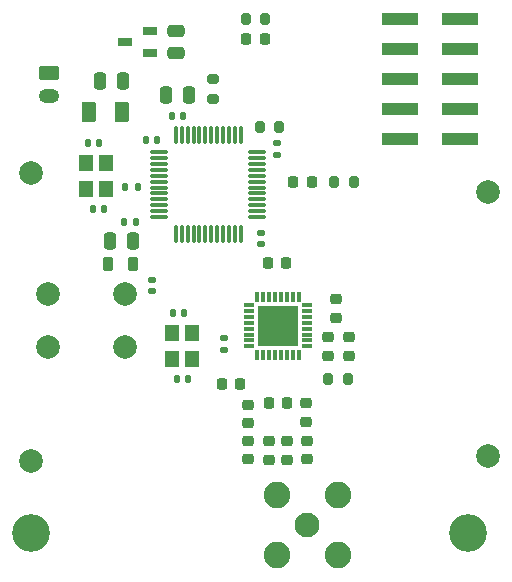
<source format=gbr>
%TF.GenerationSoftware,KiCad,Pcbnew,(6.0.4)*%
%TF.CreationDate,2022-08-25T17:00:53-03:00*%
%TF.ProjectId,rf-system-transmitter,72662d73-7973-4746-956d-2d7472616e73,rev?*%
%TF.SameCoordinates,Original*%
%TF.FileFunction,Soldermask,Top*%
%TF.FilePolarity,Negative*%
%FSLAX46Y46*%
G04 Gerber Fmt 4.6, Leading zero omitted, Abs format (unit mm)*
G04 Created by KiCad (PCBNEW (6.0.4)) date 2022-08-25 17:00:53*
%MOMM*%
%LPD*%
G01*
G04 APERTURE LIST*
G04 Aperture macros list*
%AMRoundRect*
0 Rectangle with rounded corners*
0 $1 Rounding radius*
0 $2 $3 $4 $5 $6 $7 $8 $9 X,Y pos of 4 corners*
0 Add a 4 corners polygon primitive as box body*
4,1,4,$2,$3,$4,$5,$6,$7,$8,$9,$2,$3,0*
0 Add four circle primitives for the rounded corners*
1,1,$1+$1,$2,$3*
1,1,$1+$1,$4,$5*
1,1,$1+$1,$6,$7*
1,1,$1+$1,$8,$9*
0 Add four rect primitives between the rounded corners*
20,1,$1+$1,$2,$3,$4,$5,0*
20,1,$1+$1,$4,$5,$6,$7,0*
20,1,$1+$1,$6,$7,$8,$9,0*
20,1,$1+$1,$8,$9,$2,$3,0*%
G04 Aperture macros list end*
%ADD10RoundRect,0.218750X-0.218750X-0.381250X0.218750X-0.381250X0.218750X0.381250X-0.218750X0.381250X0*%
%ADD11RoundRect,0.225000X-0.250000X0.225000X-0.250000X-0.225000X0.250000X-0.225000X0.250000X0.225000X0*%
%ADD12R,1.200000X1.400000*%
%ADD13RoundRect,0.140000X-0.170000X0.140000X-0.170000X-0.140000X0.170000X-0.140000X0.170000X0.140000X0*%
%ADD14RoundRect,0.225000X0.250000X-0.225000X0.250000X0.225000X-0.250000X0.225000X-0.250000X-0.225000X0*%
%ADD15C,2.000000*%
%ADD16RoundRect,0.250000X0.250000X0.475000X-0.250000X0.475000X-0.250000X-0.475000X0.250000X-0.475000X0*%
%ADD17RoundRect,0.200000X0.200000X0.275000X-0.200000X0.275000X-0.200000X-0.275000X0.200000X-0.275000X0*%
%ADD18RoundRect,0.140000X0.140000X0.170000X-0.140000X0.170000X-0.140000X-0.170000X0.140000X-0.170000X0*%
%ADD19RoundRect,0.218750X0.218750X0.256250X-0.218750X0.256250X-0.218750X-0.256250X0.218750X-0.256250X0*%
%ADD20RoundRect,0.200000X-0.200000X-0.275000X0.200000X-0.275000X0.200000X0.275000X-0.200000X0.275000X0*%
%ADD21C,3.200000*%
%ADD22RoundRect,0.250000X-0.625000X0.350000X-0.625000X-0.350000X0.625000X-0.350000X0.625000X0.350000X0*%
%ADD23O,1.750000X1.200000*%
%ADD24RoundRect,0.200000X0.275000X-0.200000X0.275000X0.200000X-0.275000X0.200000X-0.275000X-0.200000X0*%
%ADD25RoundRect,0.140000X-0.140000X-0.170000X0.140000X-0.170000X0.140000X0.170000X-0.140000X0.170000X0*%
%ADD26RoundRect,0.218750X0.256250X-0.218750X0.256250X0.218750X-0.256250X0.218750X-0.256250X-0.218750X0*%
%ADD27RoundRect,0.135000X0.185000X-0.135000X0.185000X0.135000X-0.185000X0.135000X-0.185000X-0.135000X0*%
%ADD28C,2.100000*%
%ADD29C,2.250000*%
%ADD30R,0.300000X0.850000*%
%ADD31R,0.850000X0.300000*%
%ADD32R,3.400000X3.400000*%
%ADD33RoundRect,0.135000X-0.135000X-0.185000X0.135000X-0.185000X0.135000X0.185000X-0.135000X0.185000X0*%
%ADD34RoundRect,0.250000X-0.250000X-0.475000X0.250000X-0.475000X0.250000X0.475000X-0.250000X0.475000X0*%
%ADD35RoundRect,0.218750X-0.256250X0.218750X-0.256250X-0.218750X0.256250X-0.218750X0.256250X0.218750X0*%
%ADD36RoundRect,0.250000X-0.475000X0.250000X-0.475000X-0.250000X0.475000X-0.250000X0.475000X0.250000X0*%
%ADD37R,1.250000X0.650000*%
%ADD38RoundRect,0.075000X-0.662500X-0.075000X0.662500X-0.075000X0.662500X0.075000X-0.662500X0.075000X0*%
%ADD39RoundRect,0.075000X-0.075000X-0.662500X0.075000X-0.662500X0.075000X0.662500X-0.075000X0.662500X0*%
%ADD40RoundRect,0.225000X0.225000X0.250000X-0.225000X0.250000X-0.225000X-0.250000X0.225000X-0.250000X0*%
%ADD41R,3.150000X1.000000*%
%ADD42RoundRect,0.225000X-0.225000X-0.250000X0.225000X-0.250000X0.225000X0.250000X-0.225000X0.250000X0*%
%ADD43RoundRect,0.250000X-0.375000X-0.625000X0.375000X-0.625000X0.375000X0.625000X-0.375000X0.625000X0*%
G04 APERTURE END LIST*
D10*
%TO.C,FB1*%
X56537500Y-44750000D03*
X58662500Y-44750000D03*
%TD*%
D11*
%TO.C,C12*%
X68400000Y-59725000D03*
X68400000Y-61275000D03*
%TD*%
D12*
%TO.C,X1*%
X61950000Y-50600000D03*
X61950000Y-52800000D03*
X63650000Y-52800000D03*
X63650000Y-50600000D03*
%TD*%
D13*
%TO.C,C16*%
X70800000Y-34520000D03*
X70800000Y-35480000D03*
%TD*%
D14*
%TO.C,C10*%
X73300000Y-58075000D03*
X73300000Y-56525000D03*
%TD*%
D15*
%TO.C,FID1*%
X50000000Y-37000000D03*
%TD*%
D16*
%TO.C,C2*%
X57750000Y-29225000D03*
X55850000Y-29225000D03*
%TD*%
D17*
%TO.C,R3*%
X69837500Y-24000000D03*
X68187500Y-24000000D03*
%TD*%
D16*
%TO.C,C21*%
X58600000Y-42800000D03*
X56700000Y-42800000D03*
%TD*%
D18*
%TO.C,C20*%
X56180000Y-40100000D03*
X55220000Y-40100000D03*
%TD*%
D19*
%TO.C,D1*%
X69775000Y-25700000D03*
X68200000Y-25700000D03*
%TD*%
D20*
%TO.C,R6*%
X69375000Y-33100000D03*
X71025000Y-33100000D03*
%TD*%
D21*
%TO.C,H4*%
X87000000Y-67500000D03*
%TD*%
D22*
%TO.C,J1*%
X51500000Y-28525000D03*
D23*
X51500000Y-30525000D03*
%TD*%
D11*
%TO.C,C6*%
X76900000Y-50925000D03*
X76900000Y-52475000D03*
%TD*%
D14*
%TO.C,C3*%
X75800000Y-49275000D03*
X75800000Y-47725000D03*
%TD*%
D24*
%TO.C,R4*%
X65400000Y-30725000D03*
X65400000Y-29075000D03*
%TD*%
D25*
%TO.C,C15*%
X61920000Y-32200000D03*
X62880000Y-32200000D03*
%TD*%
D18*
%TO.C,C17*%
X60680000Y-34200000D03*
X59720000Y-34200000D03*
%TD*%
D21*
%TO.C,H1*%
X50000000Y-67500000D03*
%TD*%
D15*
%TO.C,FID3*%
X50000000Y-61400000D03*
%TD*%
D26*
%TO.C,L3*%
X70100000Y-61287500D03*
X70100000Y-59712500D03*
%TD*%
D15*
%TO.C,FID2*%
X88700000Y-38600000D03*
%TD*%
D12*
%TO.C,X2*%
X54650000Y-36200000D03*
X54650000Y-38400000D03*
X56350000Y-38400000D03*
X56350000Y-36200000D03*
%TD*%
D27*
%TO.C,R1*%
X66300000Y-52010000D03*
X66300000Y-50990000D03*
%TD*%
D19*
%TO.C,L1*%
X71687500Y-56500000D03*
X70112500Y-56500000D03*
%TD*%
D11*
%TO.C,C9*%
X75100000Y-50925000D03*
X75100000Y-52475000D03*
%TD*%
D28*
%TO.C,J2*%
X73400000Y-66800000D03*
D29*
X75950000Y-69350000D03*
X75950000Y-64250000D03*
X70850000Y-64250000D03*
X70850000Y-69350000D03*
%TD*%
D30*
%TO.C,IC1*%
X72650000Y-47500000D03*
X72150000Y-47500000D03*
X71650000Y-47500000D03*
X71150000Y-47500000D03*
X70650000Y-47500000D03*
X70150000Y-47500000D03*
X69650000Y-47500000D03*
X69150000Y-47500000D03*
D31*
X68450000Y-48200000D03*
X68450000Y-48700000D03*
X68450000Y-49200000D03*
X68450000Y-49700000D03*
X68450000Y-50200000D03*
X68450000Y-50700000D03*
X68450000Y-51200000D03*
X68450000Y-51700000D03*
D30*
X69150000Y-52400000D03*
X69650000Y-52400000D03*
X70150000Y-52400000D03*
X70650000Y-52400000D03*
X71150000Y-52400000D03*
X71650000Y-52400000D03*
X72150000Y-52400000D03*
X72650000Y-52400000D03*
D31*
X73350000Y-51700000D03*
X73350000Y-51200000D03*
X73350000Y-50700000D03*
X73350000Y-50200000D03*
X73350000Y-49700000D03*
X73350000Y-49200000D03*
X73350000Y-48700000D03*
X73350000Y-48200000D03*
D32*
X70900000Y-49950000D03*
%TD*%
D20*
%TO.C,R7*%
X75675000Y-37800000D03*
X77325000Y-37800000D03*
%TD*%
D15*
%TO.C,FID4*%
X88700000Y-61000000D03*
%TD*%
D33*
%TO.C,R5*%
X57990000Y-38200000D03*
X59010000Y-38200000D03*
%TD*%
D34*
%TO.C,C14*%
X61450000Y-30400000D03*
X63350000Y-30400000D03*
%TD*%
D17*
%TO.C,R2*%
X76825000Y-54500000D03*
X75175000Y-54500000D03*
%TD*%
D15*
%TO.C,SW1*%
X57950000Y-47250000D03*
X51450000Y-47250000D03*
X57950000Y-51750000D03*
X51450000Y-51750000D03*
%TD*%
D11*
%TO.C,C13*%
X73400000Y-59725000D03*
X73400000Y-61275000D03*
%TD*%
D35*
%TO.C,L2*%
X71700000Y-59712500D03*
X71700000Y-61287500D03*
%TD*%
D36*
%TO.C,C8*%
X62300000Y-25000000D03*
X62300000Y-26900000D03*
%TD*%
D37*
%TO.C,IC2*%
X60050000Y-26900000D03*
X60050000Y-25000000D03*
X57950000Y-25950000D03*
%TD*%
D25*
%TO.C,C4*%
X62020000Y-48900000D03*
X62980000Y-48900000D03*
%TD*%
D38*
%TO.C,U1*%
X60837500Y-35250000D03*
X60837500Y-35750000D03*
X60837500Y-36250000D03*
X60837500Y-36750000D03*
X60837500Y-37250000D03*
X60837500Y-37750000D03*
X60837500Y-38250000D03*
X60837500Y-38750000D03*
X60837500Y-39250000D03*
X60837500Y-39750000D03*
X60837500Y-40250000D03*
X60837500Y-40750000D03*
D39*
X62250000Y-42162500D03*
X62750000Y-42162500D03*
X63250000Y-42162500D03*
X63750000Y-42162500D03*
X64250000Y-42162500D03*
X64750000Y-42162500D03*
X65250000Y-42162500D03*
X65750000Y-42162500D03*
X66250000Y-42162500D03*
X66750000Y-42162500D03*
X67250000Y-42162500D03*
X67750000Y-42162500D03*
D38*
X69162500Y-40750000D03*
X69162500Y-40250000D03*
X69162500Y-39750000D03*
X69162500Y-39250000D03*
X69162500Y-38750000D03*
X69162500Y-38250000D03*
X69162500Y-37750000D03*
X69162500Y-37250000D03*
X69162500Y-36750000D03*
X69162500Y-36250000D03*
X69162500Y-35750000D03*
X69162500Y-35250000D03*
D39*
X67750000Y-33837500D03*
X67250000Y-33837500D03*
X66750000Y-33837500D03*
X66250000Y-33837500D03*
X65750000Y-33837500D03*
X65250000Y-33837500D03*
X64750000Y-33837500D03*
X64250000Y-33837500D03*
X63750000Y-33837500D03*
X63250000Y-33837500D03*
X62750000Y-33837500D03*
X62250000Y-33837500D03*
%TD*%
D40*
%TO.C,C7*%
X67675000Y-54900000D03*
X66125000Y-54900000D03*
%TD*%
D19*
%TO.C,D2*%
X73787500Y-37800000D03*
X72212500Y-37800000D03*
%TD*%
D25*
%TO.C,C19*%
X54820000Y-34500000D03*
X55780000Y-34500000D03*
%TD*%
D41*
%TO.C,J3*%
X86325000Y-34180000D03*
X81275000Y-34180000D03*
X86325000Y-31640000D03*
X81275000Y-31640000D03*
X86325000Y-29100000D03*
X81275000Y-29100000D03*
X86325000Y-26560000D03*
X81275000Y-26560000D03*
X86325000Y-24020000D03*
X81275000Y-24020000D03*
%TD*%
D13*
%TO.C,C18*%
X69500000Y-42070000D03*
X69500000Y-43030000D03*
%TD*%
%TO.C,C23*%
X60200000Y-46070000D03*
X60200000Y-47030000D03*
%TD*%
D42*
%TO.C,C1*%
X70025000Y-44600000D03*
X71575000Y-44600000D03*
%TD*%
D18*
%TO.C,C5*%
X63280000Y-54500000D03*
X62320000Y-54500000D03*
%TD*%
%TO.C,C22*%
X58860000Y-41200000D03*
X57900000Y-41200000D03*
%TD*%
D11*
%TO.C,C11*%
X68400000Y-56625000D03*
X68400000Y-58175000D03*
%TD*%
D43*
%TO.C,F1*%
X54900000Y-31825000D03*
X57700000Y-31825000D03*
%TD*%
M02*

</source>
